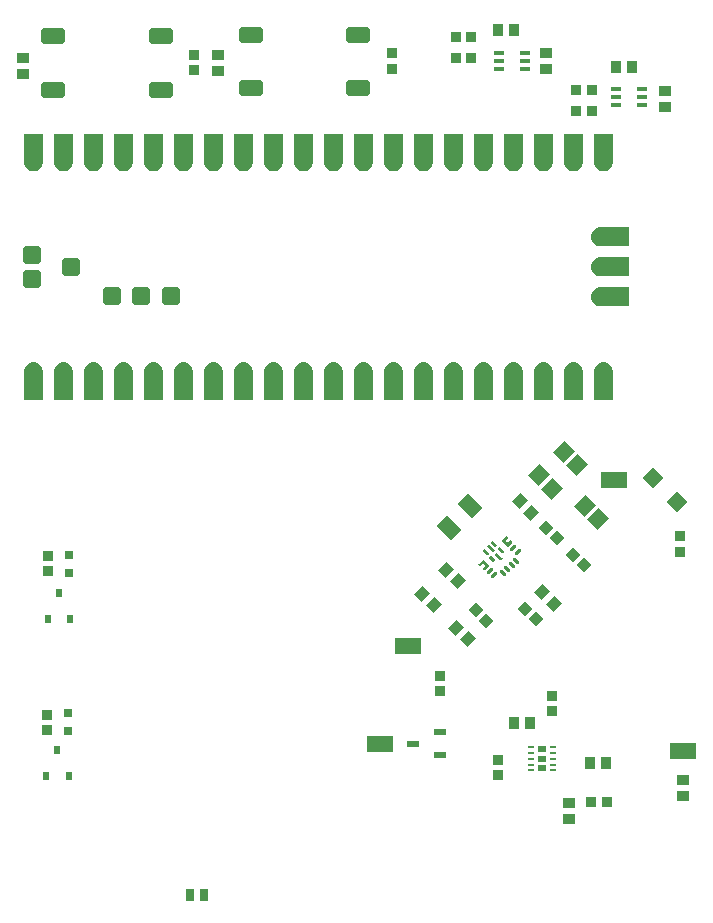
<source format=gtp>
G04*
G04 #@! TF.GenerationSoftware,Altium Limited,Altium Designer,22.9.1 (49)*
G04*
G04 Layer_Color=8421504*
%FSLAX25Y25*%
%MOIN*%
G70*
G04*
G04 #@! TF.SameCoordinates,9D3E2428-DCC5-4340-9D25-80E916FAB4BD*
G04*
G04*
G04 #@! TF.FilePolarity,Positive*
G04*
G01*
G75*
%ADD18R,0.02976X0.02488*%
%ADD19R,0.02976X0.02488*%
G04:AMPARAMS|DCode=20|XSize=9.84mil|YSize=19.68mil|CornerRadius=1.97mil|HoleSize=0mil|Usage=FLASHONLY|Rotation=270.000|XOffset=0mil|YOffset=0mil|HoleType=Round|Shape=RoundedRectangle|*
%AMROUNDEDRECTD20*
21,1,0.00984,0.01575,0,0,270.0*
21,1,0.00591,0.01968,0,0,270.0*
1,1,0.00394,-0.00787,-0.00295*
1,1,0.00394,-0.00787,0.00295*
1,1,0.00394,0.00787,0.00295*
1,1,0.00394,0.00787,-0.00295*
%
%ADD20ROUNDEDRECTD20*%
%ADD21R,0.03740X0.03347*%
%ADD22R,0.08661X0.05512*%
%ADD23R,0.03347X0.03740*%
%ADD24R,0.03937X0.03543*%
G04:AMPARAMS|DCode=25|XSize=39.37mil|YSize=35.43mil|CornerRadius=0mil|HoleSize=0mil|Usage=FLASHONLY|Rotation=225.000|XOffset=0mil|YOffset=0mil|HoleType=Round|Shape=Rectangle|*
%AMROTATEDRECTD25*
4,1,4,0.00139,0.02645,0.02645,0.00139,-0.00139,-0.02645,-0.02645,-0.00139,0.00139,0.02645,0.0*
%
%ADD25ROTATEDRECTD25*%

%ADD26R,0.04134X0.02362*%
%ADD27R,0.03543X0.03937*%
G04:AMPARAMS|DCode=28|XSize=55.12mil|YSize=51.18mil|CornerRadius=0mil|HoleSize=0mil|Usage=FLASHONLY|Rotation=225.000|XOffset=0mil|YOffset=0mil|HoleType=Round|Shape=Rectangle|*
%AMROTATEDRECTD28*
4,1,4,0.00139,0.03758,0.03758,0.00139,-0.00139,-0.03758,-0.03758,-0.00139,0.00139,0.03758,0.0*
%
%ADD28ROTATEDRECTD28*%

G04:AMPARAMS|DCode=29|XSize=37.4mil|YSize=33.47mil|CornerRadius=0mil|HoleSize=0mil|Usage=FLASHONLY|Rotation=225.000|XOffset=0mil|YOffset=0mil|HoleType=Round|Shape=Rectangle|*
%AMROTATEDRECTD29*
4,1,4,0.00139,0.02506,0.02506,0.00139,-0.00139,-0.02506,-0.02506,-0.00139,0.00139,0.02506,0.0*
%
%ADD29ROTATEDRECTD29*%

G04:AMPARAMS|DCode=30|XSize=23.62mil|YSize=9.84mil|CornerRadius=1.97mil|HoleSize=0mil|Usage=FLASHONLY|Rotation=135.000|XOffset=0mil|YOffset=0mil|HoleType=Round|Shape=RoundedRectangle|*
%AMROUNDEDRECTD30*
21,1,0.02362,0.00591,0,0,135.0*
21,1,0.01968,0.00984,0,0,135.0*
1,1,0.00394,-0.00487,0.00905*
1,1,0.00394,0.00905,-0.00487*
1,1,0.00394,0.00487,-0.00905*
1,1,0.00394,-0.00905,0.00487*
%
%ADD30ROUNDEDRECTD30*%
G04:AMPARAMS|DCode=31|XSize=9.84mil|YSize=23.62mil|CornerRadius=1.97mil|HoleSize=0mil|Usage=FLASHONLY|Rotation=135.000|XOffset=0mil|YOffset=0mil|HoleType=Round|Shape=RoundedRectangle|*
%AMROUNDEDRECTD31*
21,1,0.00984,0.01968,0,0,135.0*
21,1,0.00591,0.02362,0,0,135.0*
1,1,0.00394,0.00487,0.00905*
1,1,0.00394,0.00905,0.00487*
1,1,0.00394,-0.00487,-0.00905*
1,1,0.00394,-0.00905,-0.00487*
%
%ADD31ROUNDEDRECTD31*%
G04:AMPARAMS|DCode=32|XSize=47.24mil|YSize=68.9mil|CornerRadius=0mil|HoleSize=0mil|Usage=FLASHONLY|Rotation=225.000|XOffset=0mil|YOffset=0mil|HoleType=Round|Shape=Rectangle|*
%AMROTATEDRECTD32*
4,1,4,-0.00766,0.04106,0.04106,-0.00766,0.00766,-0.04106,-0.04106,0.00766,-0.00766,0.04106,0.0*
%
%ADD32ROTATEDRECTD32*%

%ADD33P,0.06681X4X360.0*%
%ADD34P,0.06681X4X90.0*%
%ADD35R,0.09843X0.03937*%
%ADD36R,0.03937X0.09843*%
G04:AMPARAMS|DCode=37|XSize=98.43mil|YSize=39.37mil|CornerRadius=4.92mil|HoleSize=0mil|Usage=FLASHONLY|Rotation=90.000|XOffset=0mil|YOffset=0mil|HoleType=Round|Shape=RoundedRectangle|*
%AMROUNDEDRECTD37*
21,1,0.09843,0.02953,0,0,90.0*
21,1,0.08858,0.03937,0,0,90.0*
1,1,0.00984,0.01476,0.04429*
1,1,0.00984,0.01476,-0.04429*
1,1,0.00984,-0.01476,-0.04429*
1,1,0.00984,-0.01476,0.04429*
%
%ADD37ROUNDEDRECTD37*%
G04:AMPARAMS|DCode=38|XSize=59.06mil|YSize=59.06mil|CornerRadius=8.86mil|HoleSize=0mil|Usage=FLASHONLY|Rotation=90.000|XOffset=0mil|YOffset=0mil|HoleType=Round|Shape=RoundedRectangle|*
%AMROUNDEDRECTD38*
21,1,0.05906,0.04134,0,0,90.0*
21,1,0.04134,0.05906,0,0,90.0*
1,1,0.01772,0.02067,0.02067*
1,1,0.01772,0.02067,-0.02067*
1,1,0.01772,-0.02067,-0.02067*
1,1,0.01772,-0.02067,0.02067*
%
%ADD38ROUNDEDRECTD38*%
G04:AMPARAMS|DCode=39|XSize=55.12mil|YSize=82.68mil|CornerRadius=13.78mil|HoleSize=0mil|Usage=FLASHONLY|Rotation=90.000|XOffset=0mil|YOffset=0mil|HoleType=Round|Shape=RoundedRectangle|*
%AMROUNDEDRECTD39*
21,1,0.05512,0.05512,0,0,90.0*
21,1,0.02756,0.08268,0,0,90.0*
1,1,0.02756,0.02756,0.01378*
1,1,0.02756,0.02756,-0.01378*
1,1,0.02756,-0.02756,-0.01378*
1,1,0.02756,-0.02756,0.01378*
%
%ADD39ROUNDEDRECTD39*%
%ADD40R,0.03150X0.03937*%
%ADD41R,0.03347X0.01378*%
%ADD42R,0.03150X0.03150*%
%ADD43R,0.02362X0.02953*%
G36*
X112170Y255907D02*
Y255492D01*
X111956Y254691D01*
X111541Y253973D01*
X110954Y253386D01*
X110236Y252972D01*
X109435Y252757D01*
X108606D01*
X107805Y252972D01*
X107087Y253386D01*
X106500Y253973D01*
X106086Y254691D01*
X105871Y255492D01*
Y255907D01*
X105871Y255907D01*
Y265355D01*
X112170Y265355D01*
X112170Y255907D01*
D02*
G37*
G36*
X22170D02*
Y255492D01*
X21956Y254691D01*
X21541Y253973D01*
X20955Y253386D01*
X20236Y252972D01*
X19435Y252757D01*
X18606D01*
X17805Y252972D01*
X17087Y253386D01*
X16500Y253973D01*
X16086Y254691D01*
X15871Y255492D01*
Y255907D01*
X15871Y255907D01*
Y265355D01*
X22170Y265355D01*
X22170Y255907D01*
D02*
G37*
G36*
X202170Y255907D02*
X202170Y255907D01*
Y255492D01*
X201956Y254691D01*
X201541Y253973D01*
X200955Y253386D01*
X200236Y252972D01*
X199435Y252757D01*
X198606D01*
X197805Y252972D01*
X197087Y253386D01*
X196500Y253973D01*
X196086Y254691D01*
X195871Y255492D01*
Y255907D01*
X195871Y255907D01*
Y265355D01*
X202170Y265355D01*
Y255907D01*
D02*
G37*
G36*
X92170Y255907D02*
Y255492D01*
X91956Y254691D01*
X91541Y253973D01*
X90955Y253386D01*
X90236Y252972D01*
X89435Y252757D01*
X88606D01*
X87805Y252972D01*
X87087Y253386D01*
X86500Y253973D01*
X86086Y254691D01*
X85871Y255492D01*
Y255907D01*
X85871Y255907D01*
Y265355D01*
X92170Y265355D01*
X92170Y255907D01*
D02*
G37*
G36*
X192170Y255907D02*
Y255492D01*
X191956Y254691D01*
X191541Y253973D01*
X190954Y253386D01*
X190236Y252972D01*
X189435Y252757D01*
X188606D01*
X187805Y252972D01*
X187087Y253386D01*
X186500Y253973D01*
X186086Y254691D01*
X185871Y255492D01*
X185871Y255907D01*
Y265355D01*
X192170D01*
Y255907D01*
D02*
G37*
G36*
X162170D02*
X162170D01*
Y255492D01*
X161956Y254691D01*
X161541Y253973D01*
X160954Y253386D01*
X160236Y252972D01*
X159435Y252757D01*
X158606D01*
X157805Y252972D01*
X157087Y253386D01*
X156500Y253973D01*
X156086Y254691D01*
X155871Y255492D01*
X155871Y255907D01*
Y265355D01*
X162170Y265355D01*
X162170Y255907D01*
D02*
G37*
G36*
X142170D02*
Y255492D01*
X141956Y254691D01*
X141541Y253973D01*
X140954Y253386D01*
X140236Y252972D01*
X139435Y252757D01*
X138606D01*
X137805Y252972D01*
X137087Y253386D01*
X136500Y253973D01*
X136086Y254691D01*
X135871Y255492D01*
Y255907D01*
X135871Y265355D01*
X142170Y265355D01*
Y255907D01*
D02*
G37*
G36*
X122170D02*
X122170D01*
Y255492D01*
X121956Y254691D01*
X121541Y253973D01*
X120955Y253386D01*
X120236Y252972D01*
X119435Y252757D01*
X118606D01*
X117805Y252972D01*
X117087Y253386D01*
X116500Y253973D01*
X116086Y254691D01*
X115871Y255492D01*
Y255907D01*
Y265355D01*
X122170D01*
Y255907D01*
D02*
G37*
G36*
X102170D02*
X102170D01*
Y255492D01*
X101956Y254691D01*
X101541Y253973D01*
X100954Y253386D01*
X100236Y252972D01*
X99435Y252757D01*
X98606D01*
X97805Y252972D01*
X97087Y253386D01*
X96500Y253973D01*
X96086Y254691D01*
X95871Y255492D01*
Y255907D01*
Y265355D01*
X102170D01*
X102170Y255907D01*
D02*
G37*
G36*
X72170Y265355D02*
Y255907D01*
Y255492D01*
X71956Y254691D01*
X71541Y253973D01*
X70955Y253386D01*
X70236Y252972D01*
X69435Y252757D01*
X68606D01*
X67805Y252972D01*
X67087Y253386D01*
X66500Y253973D01*
X66086Y254691D01*
X65871Y255492D01*
X65871Y255907D01*
X65871Y265355D01*
X72170Y265355D01*
D02*
G37*
G36*
X52170Y255907D02*
Y255492D01*
X51956Y254691D01*
X51541Y253973D01*
X50955Y253386D01*
X50236Y252972D01*
X49435Y252757D01*
X48606D01*
X47805Y252972D01*
X47087Y253386D01*
X46500Y253973D01*
X46086Y254691D01*
X45871Y255492D01*
Y255907D01*
X45871Y265355D01*
X52170Y265355D01*
Y255907D01*
D02*
G37*
G36*
X32170D02*
X32170D01*
Y255492D01*
X31956Y254691D01*
X31541Y253973D01*
X30955Y253386D01*
X30236Y252972D01*
X29435Y252757D01*
X28606D01*
X27805Y252972D01*
X27087Y253386D01*
X26500Y253973D01*
X26086Y254691D01*
X25871Y255492D01*
Y255907D01*
Y265355D01*
X32170D01*
Y255907D01*
D02*
G37*
G36*
X182170Y255907D02*
Y255492D01*
X181956Y254691D01*
X181541Y253973D01*
X180955Y253386D01*
X180236Y252972D01*
X179435Y252757D01*
X178606D01*
X177805Y252972D01*
X177087Y253386D01*
X176500Y253973D01*
X176086Y254691D01*
X175871Y255492D01*
X175871Y255907D01*
Y265355D01*
X182170Y265355D01*
X182170Y255907D01*
D02*
G37*
G36*
X172170Y255907D02*
X172170Y255907D01*
Y255492D01*
X171956Y254691D01*
X171541Y253973D01*
X170955Y253386D01*
X170236Y252972D01*
X169435Y252757D01*
X168606D01*
X167805Y252972D01*
X167087Y253386D01*
X166500Y253973D01*
X166086Y254691D01*
X165871Y255492D01*
X165871Y255907D01*
Y265355D01*
X172170D01*
X172170Y255907D01*
D02*
G37*
G36*
X132170Y265355D02*
Y255907D01*
Y255492D01*
X131956Y254691D01*
X131541Y253973D01*
X130955Y253386D01*
X130236Y252972D01*
X129435Y252757D01*
X128606D01*
X127805Y252972D01*
X127087Y253386D01*
X126500Y253973D01*
X126086Y254691D01*
X125871Y255492D01*
Y255907D01*
X125871Y255907D01*
X125871Y265355D01*
X132170Y265355D01*
D02*
G37*
G36*
X82170D02*
Y255907D01*
Y255492D01*
X81956Y254691D01*
X81541Y253973D01*
X80954Y253386D01*
X80236Y252972D01*
X79435Y252757D01*
X78606D01*
X77805Y252972D01*
X77087Y253386D01*
X76500Y253973D01*
X76086Y254691D01*
X75871Y255492D01*
X75871Y255907D01*
Y265355D01*
X82170Y265355D01*
D02*
G37*
G36*
X42170D02*
Y255907D01*
Y255492D01*
X41956Y254691D01*
X41541Y253973D01*
X40955Y253386D01*
X40236Y252972D01*
X39435Y252757D01*
X38606D01*
X37805Y252972D01*
X37087Y253386D01*
X36500Y253973D01*
X36086Y254691D01*
X35871Y255492D01*
X35871Y255907D01*
Y265355D01*
X42170Y265355D01*
D02*
G37*
G36*
X152170Y265355D02*
Y255907D01*
Y255492D01*
X151956Y254691D01*
X151541Y253973D01*
X150954Y253386D01*
X150236Y252972D01*
X149435Y252757D01*
X148606D01*
X147805Y252972D01*
X147087Y253386D01*
X146500Y253973D01*
X146086Y254691D01*
X145871Y255492D01*
Y255907D01*
X145871Y255907D01*
X145871Y265355D01*
X152170Y265355D01*
D02*
G37*
G36*
X62170D02*
Y255907D01*
Y255492D01*
X61956Y254691D01*
X61541Y253973D01*
X60954Y253386D01*
X60236Y252972D01*
X59435Y252757D01*
X58606D01*
X57805Y252972D01*
X57087Y253386D01*
X56500Y253973D01*
X56086Y254691D01*
X55871Y255492D01*
X55871Y255907D01*
Y265355D01*
X62170Y265355D01*
D02*
G37*
G36*
X12170D02*
Y255907D01*
Y255907D01*
Y255492D01*
X11956Y254691D01*
X11541Y253973D01*
X10954Y253386D01*
X10236Y252972D01*
X9435Y252757D01*
X8606D01*
X7805Y252972D01*
X7087Y253386D01*
X6500Y253973D01*
X6086Y254691D01*
X5871Y255492D01*
Y255907D01*
X5871Y255907D01*
Y265355D01*
X12170Y265355D01*
D02*
G37*
G36*
X207564Y227749D02*
X198115Y227749D01*
X197700D01*
X196899Y227964D01*
X196181Y228378D01*
X195595Y228965D01*
X195180Y229683D01*
X194966Y230484D01*
Y231313D01*
X195180Y232114D01*
X195595Y232833D01*
X196181Y233419D01*
X196899Y233834D01*
X197700Y234048D01*
X207564D01*
X207564Y227749D01*
D02*
G37*
G36*
Y217749D02*
X198115D01*
X197700Y217749D01*
X196899Y217964D01*
X196181Y218378D01*
X195595Y218965D01*
X195180Y219683D01*
X194966Y220484D01*
Y221313D01*
X195180Y222114D01*
X195595Y222832D01*
X196181Y223419D01*
X196899Y223834D01*
X197700Y224048D01*
X207564D01*
Y217749D01*
D02*
G37*
G36*
X207564Y207749D02*
X197700D01*
X196899Y207964D01*
X196181Y208378D01*
X195595Y208965D01*
X195180Y209683D01*
X194966Y210484D01*
Y211313D01*
X195180Y212114D01*
X195595Y212832D01*
X196181Y213419D01*
X196899Y213834D01*
X197700Y214048D01*
X198115D01*
X207564Y214048D01*
X207564Y207749D01*
D02*
G37*
G36*
X200236Y188826D02*
X200955Y188411D01*
X201541Y187825D01*
X201956Y187107D01*
X202170Y186305D01*
Y185891D01*
X202170Y185891D01*
Y176442D01*
X195871Y176442D01*
Y185891D01*
X195871D01*
Y186305D01*
X196086Y187107D01*
X196500Y187825D01*
X197087Y188411D01*
X197805Y188826D01*
X198606Y189040D01*
X199435D01*
X200236Y188826D01*
D02*
G37*
G36*
X190236Y188826D02*
X190954Y188411D01*
X191541Y187825D01*
X191956Y187107D01*
X192170Y186305D01*
Y185891D01*
Y176442D01*
X185871D01*
Y185891D01*
X185871Y186305D01*
X186086Y187107D01*
X186500Y187825D01*
X187087Y188411D01*
X187805Y188826D01*
X188606Y189040D01*
X189435D01*
X190236Y188826D01*
D02*
G37*
G36*
X180236Y188826D02*
X180955Y188411D01*
X181541Y187825D01*
X181956Y187107D01*
X182170Y186305D01*
Y185891D01*
X182170Y176442D01*
X175871D01*
Y185891D01*
X175871Y186305D01*
X176086Y187107D01*
X176500Y187825D01*
X177087Y188411D01*
X177805Y188826D01*
X178606Y189040D01*
X179435D01*
X180236Y188826D01*
D02*
G37*
G36*
X160236Y188826D02*
X160954Y188411D01*
X161541Y187825D01*
X161956Y187107D01*
X162170Y186305D01*
Y185891D01*
X162170D01*
X162170Y176442D01*
X155871Y176442D01*
Y185891D01*
X155871Y186305D01*
X156086Y187107D01*
X156500Y187825D01*
X157087Y188411D01*
X157805Y188826D01*
X158606Y189040D01*
X159435D01*
X160236Y188826D01*
D02*
G37*
G36*
X130236Y188826D02*
X130955Y188411D01*
X131541Y187825D01*
X131956Y187107D01*
X132170Y186305D01*
Y185891D01*
Y176442D01*
X125871Y176442D01*
Y185891D01*
X125871Y186305D01*
X126086Y187107D01*
X126500Y187825D01*
X127087Y188411D01*
X127805Y188826D01*
X128606Y189040D01*
X129435D01*
X130236Y188826D01*
D02*
G37*
G36*
X110236Y188826D02*
X110954Y188411D01*
X111541Y187825D01*
X111956Y187107D01*
X112170Y186305D01*
Y185891D01*
X112170Y176442D01*
X105871Y176442D01*
Y185891D01*
X105871Y185891D01*
Y186305D01*
X106086Y187107D01*
X106500Y187825D01*
X107087Y188411D01*
X107805Y188826D01*
X108606Y189040D01*
X109435D01*
X110236Y188826D01*
D02*
G37*
G36*
X100236D02*
X100954Y188411D01*
X101541Y187825D01*
X101956Y187107D01*
X102170Y186305D01*
Y185891D01*
X102170D01*
Y176442D01*
X95871D01*
Y185891D01*
Y186305D01*
X96086Y187107D01*
X96500Y187825D01*
X97087Y188411D01*
X97805Y188826D01*
X98606Y189040D01*
X99435D01*
X100236Y188826D01*
D02*
G37*
G36*
X90236Y188826D02*
X90955Y188411D01*
X91541Y187825D01*
X91956Y187107D01*
X92170Y186305D01*
Y185891D01*
X92170Y176442D01*
X85871D01*
Y185891D01*
X85871Y186305D01*
X86086Y187107D01*
X86500Y187825D01*
X87087Y188411D01*
X87805Y188826D01*
X88606Y189040D01*
X89435D01*
X90236Y188826D01*
D02*
G37*
G36*
X80236D02*
X80954Y188411D01*
X81541Y187825D01*
X81956Y187107D01*
X82170Y186305D01*
Y185891D01*
Y176442D01*
X75871Y176442D01*
Y185891D01*
X75871Y186305D01*
X76086Y187107D01*
X76500Y187825D01*
X77087Y188411D01*
X77805Y188826D01*
X78606Y189040D01*
X79435D01*
X80236Y188826D01*
D02*
G37*
G36*
X70236Y188826D02*
X70955Y188411D01*
X71541Y187825D01*
X71956Y187107D01*
X72170Y186305D01*
Y185891D01*
Y176442D01*
X65871D01*
X65871Y185891D01*
X65871Y186305D01*
X66086Y187107D01*
X66500Y187825D01*
X67087Y188411D01*
X67805Y188826D01*
X68606Y189040D01*
X69435D01*
X70236Y188826D01*
D02*
G37*
G36*
X60236Y188826D02*
X60954Y188411D01*
X61541Y187825D01*
X61956Y187107D01*
X62170Y186305D01*
Y185891D01*
Y176442D01*
X55871Y176442D01*
Y185891D01*
X55871Y186305D01*
X56086Y187107D01*
X56500Y187825D01*
X57087Y188411D01*
X57805Y188826D01*
X58606Y189040D01*
X59435D01*
X60236Y188826D01*
D02*
G37*
G36*
X50236Y188826D02*
X50955Y188411D01*
X51541Y187825D01*
X51956Y187107D01*
X52170Y186305D01*
Y185891D01*
Y176442D01*
X45871D01*
X45871Y185891D01*
Y186305D01*
X46086Y187107D01*
X46500Y187825D01*
X47087Y188411D01*
X47805Y188826D01*
X48606Y189040D01*
X49435D01*
X50236Y188826D01*
D02*
G37*
G36*
X40236Y188826D02*
X40955Y188411D01*
X41541Y187825D01*
X41956Y187107D01*
X42170Y186305D01*
Y185891D01*
Y176442D01*
X35871Y176442D01*
Y185891D01*
X35871Y186305D01*
X36086Y187107D01*
X36500Y187825D01*
X37087Y188411D01*
X37805Y188826D01*
X38606Y189040D01*
X39435D01*
X40236Y188826D01*
D02*
G37*
G36*
X20236Y188826D02*
X20955Y188411D01*
X21541Y187825D01*
X21956Y187107D01*
X22170Y186305D01*
Y185891D01*
X22170Y176442D01*
X15871Y176442D01*
Y185891D01*
X15871Y185891D01*
Y186305D01*
X16086Y187107D01*
X16500Y187825D01*
X17087Y188411D01*
X17805Y188826D01*
X18606Y189040D01*
X19435D01*
X20236Y188826D01*
D02*
G37*
G36*
X10236Y188826D02*
X10954Y188411D01*
X11541Y187825D01*
X11956Y187107D01*
X12170Y186305D01*
Y185891D01*
Y185891D01*
Y176442D01*
X5871D01*
Y185891D01*
X5871Y186305D01*
X6086Y187107D01*
X6500Y187825D01*
X7087Y188411D01*
X7805Y188826D01*
X8606Y189040D01*
X9435D01*
X10236Y188826D01*
D02*
G37*
G36*
X170236Y188826D02*
X170955Y188411D01*
X171541Y187825D01*
X171956Y187107D01*
X172170Y186305D01*
Y185891D01*
Y176442D01*
X165871Y176442D01*
Y185891D01*
X165871Y186305D01*
X166086Y187107D01*
X166500Y187825D01*
X167087Y188411D01*
X167805Y188826D01*
X168606Y189040D01*
X169435D01*
X170236Y188826D01*
D02*
G37*
G36*
X150236Y188826D02*
X150954Y188411D01*
X151541Y187825D01*
X151956Y187107D01*
X152170Y186305D01*
Y185891D01*
Y176442D01*
X145871Y176442D01*
Y185891D01*
X145871Y186305D01*
X146086Y187107D01*
X146500Y187825D01*
X147087Y188411D01*
X147805Y188826D01*
X148606Y189040D01*
X149435D01*
X150236Y188826D01*
D02*
G37*
G36*
X140236Y188826D02*
X140954Y188411D01*
X141541Y187825D01*
X141956Y187107D01*
X142170Y186305D01*
Y185891D01*
Y176442D01*
X135871Y176442D01*
X135871Y185891D01*
Y186305D01*
X136086Y187107D01*
X136500Y187825D01*
X137087Y188411D01*
X137805Y188826D01*
X138606Y189040D01*
X139435D01*
X140236Y188826D01*
D02*
G37*
G36*
X120236D02*
X120955Y188411D01*
X121541Y187825D01*
X121956Y187107D01*
X122170Y186305D01*
Y185891D01*
Y176442D01*
X115871Y176442D01*
Y185891D01*
X115871Y186305D01*
X116086Y187107D01*
X116500Y187825D01*
X117087Y188411D01*
X117805Y188826D01*
X118606Y189040D01*
X119435D01*
X120236Y188826D01*
D02*
G37*
G36*
X30236D02*
X30955Y188411D01*
X31541Y187825D01*
X31956Y187107D01*
X32170Y186305D01*
Y185891D01*
Y176442D01*
X25871Y176442D01*
Y185891D01*
X25871Y186305D01*
X26086Y187107D01*
X26500Y187825D01*
X27087Y188411D01*
X27805Y188826D01*
X28606Y189040D01*
X29435D01*
X30236Y188826D01*
D02*
G37*
G36*
X162313Y129666D02*
X162341Y129639D01*
X162341D01*
X163663Y128316D01*
X163691Y128289D01*
X163721Y128216D01*
Y128138D01*
X163691Y128066D01*
X163663Y128038D01*
Y128038D01*
X163246Y127620D01*
X163218Y127593D01*
X163146Y127563D01*
X163067D01*
X162995Y127593D01*
X162968Y127620D01*
X161645Y128943D01*
X161617Y128971D01*
X161588Y129043D01*
Y129121D01*
X161617Y129193D01*
X161645Y129221D01*
X161645Y129221D01*
X162063Y129639D01*
X162090Y129666D01*
X162163Y129696D01*
X162241D01*
X162313Y129666D01*
D02*
G37*
G36*
X166766Y131157D02*
X166839Y131127D01*
X166866Y131099D01*
X167284Y130681D01*
X167312Y130654D01*
X167342Y130581D01*
X167341Y130503D01*
X167312Y130431D01*
X167284Y130403D01*
X166449Y129568D01*
X167145Y128872D01*
X167980Y129707D01*
X168008Y129735D01*
X168080Y129765D01*
X168158Y129765D01*
X168230Y129735D01*
X168258Y129707D01*
X168676Y129289D01*
X168703Y129262D01*
X168734Y129189D01*
X168734Y129111D01*
X168703Y129039D01*
X168676Y129011D01*
X167284Y127619D01*
X167284Y127619D01*
X167256Y127591D01*
X167184Y127561D01*
X167105Y127561D01*
X167033Y127591D01*
X167006Y127619D01*
X165196Y129429D01*
X165196D01*
X165168Y129456D01*
X165138Y129529D01*
X165138Y129607D01*
X165168Y129679D01*
X165196Y129707D01*
X166588Y131099D01*
X166588D01*
X166616Y131127D01*
X166688Y131157D01*
X166766Y131157D01*
D02*
G37*
G36*
X161006Y128190D02*
X161034Y128162D01*
X161034D01*
X162760Y126436D01*
X162788Y126408D01*
X162818Y126336D01*
Y126258D01*
X162788Y126185D01*
X162760Y126157D01*
Y126157D01*
X162343Y125740D01*
X162315Y125712D01*
X162242Y125682D01*
X162164D01*
X162092Y125712D01*
X162064Y125740D01*
Y125740D01*
X160338Y127466D01*
X160310Y127494D01*
X160280Y127566D01*
Y127644D01*
X160310Y127717D01*
X160338Y127744D01*
X160338D01*
X160756Y128162D01*
X160783Y128190D01*
X160856Y128220D01*
X160934D01*
X161006Y128190D01*
D02*
G37*
G36*
X164471Y127509D02*
X164499Y127481D01*
X164499D01*
X165821Y126159D01*
X165849Y126131D01*
X165879Y126059D01*
Y125980D01*
X165849Y125908D01*
X165821Y125881D01*
Y125881D01*
X165403Y125463D01*
X165376Y125435D01*
X165303Y125405D01*
X165225D01*
X165153Y125435D01*
X165125Y125463D01*
X163803Y126785D01*
X163775Y126813D01*
X163745Y126885D01*
Y126964D01*
X163775Y127036D01*
X163803Y127064D01*
X163803Y127064D01*
X164220Y127481D01*
X164248Y127509D01*
X164320Y127539D01*
X164399D01*
X164471Y127509D01*
D02*
G37*
G36*
X159529Y126883D02*
X159557Y126855D01*
X160880Y125532D01*
X160907Y125505D01*
X160937Y125433D01*
Y125354D01*
X160907Y125282D01*
X160880Y125254D01*
X160462Y124837D01*
X160434Y124809D01*
X160362Y124779D01*
X160284D01*
X160211Y124809D01*
X160184Y124837D01*
X160184Y124837D01*
X158861Y126159D01*
X158834Y126187D01*
X158804Y126259D01*
Y126337D01*
X158834Y126410D01*
X158861Y126437D01*
X158861D01*
X159279Y126855D01*
X159307Y126883D01*
X159379Y126912D01*
X159457D01*
X159529Y126883D01*
D02*
G37*
G36*
X163568Y125628D02*
X163595Y125601D01*
X165321Y123875D01*
X165349Y123847D01*
X165379Y123775D01*
Y123696D01*
X165349Y123624D01*
X165321Y123596D01*
X164904Y123179D01*
X164876Y123151D01*
X164804Y123121D01*
X164725D01*
X164653Y123151D01*
X164625Y123179D01*
X162899Y124905D01*
X162872Y124932D01*
X162842Y125005D01*
Y125083D01*
X162872Y125155D01*
X162899Y125183D01*
X162899Y125183D01*
X163317Y125601D01*
X163345Y125628D01*
X163417Y125658D01*
X163495D01*
X163568Y125628D01*
D02*
G37*
G36*
X161687Y124725D02*
X161715Y124697D01*
X163037Y123375D01*
X163065Y123347D01*
X163095Y123275D01*
Y123197D01*
X163065Y123124D01*
X163037Y123097D01*
X162619Y122679D01*
X162592Y122651D01*
X162519Y122621D01*
X162441D01*
X162369Y122651D01*
X162341Y122679D01*
X162341Y122679D01*
X161019Y124001D01*
X160991Y124029D01*
X160961Y124101D01*
Y124180D01*
X160991Y124252D01*
X161019Y124280D01*
X161019D01*
X161436Y124697D01*
X161464Y124725D01*
X161536Y124755D01*
X161615D01*
X161687Y124725D01*
D02*
G37*
G36*
X159044Y123332D02*
X159071Y123304D01*
X159071Y123304D01*
X160881Y121494D01*
X160909Y121467D01*
X160939Y121395D01*
X160939Y121316D01*
X160909Y121244D01*
X160881Y121216D01*
X159489Y119824D01*
X159461Y119797D01*
X159389Y119766D01*
X159311Y119766D01*
X159238Y119797D01*
X159211Y119824D01*
X159211Y119824D01*
X158793Y120242D01*
X158765Y120269D01*
X158735Y120342D01*
X158735Y120420D01*
X158765Y120492D01*
X158793Y120520D01*
Y120520D01*
X159628Y121355D01*
X158932Y122051D01*
X158097Y121216D01*
X158069Y121188D01*
X157997Y121158D01*
X157919D01*
X157846Y121188D01*
X157819Y121216D01*
X157819Y121216D01*
X157401Y121634D01*
X157373Y121661D01*
X157343Y121734D01*
Y121812D01*
X157373Y121884D01*
X157401Y121912D01*
Y121912D01*
X158793Y123304D01*
X158821Y123332D01*
X158893Y123362D01*
X158971Y123362D01*
X159044Y123332D01*
D02*
G37*
D18*
X178500Y60276D02*
D03*
Y53724D02*
D03*
D19*
Y57000D02*
D03*
D20*
X182240Y53063D02*
D03*
Y55031D02*
D03*
Y57000D02*
D03*
Y58969D02*
D03*
Y60937D02*
D03*
X174760D02*
D03*
Y58969D02*
D03*
Y57000D02*
D03*
Y55031D02*
D03*
Y53063D02*
D03*
D21*
X182000Y78000D02*
D03*
Y72882D02*
D03*
X164000Y51441D02*
D03*
Y56559D02*
D03*
X144500Y84618D02*
D03*
Y79500D02*
D03*
X224500Y125941D02*
D03*
Y131059D02*
D03*
X13396Y66536D02*
D03*
Y71654D02*
D03*
X13896Y119500D02*
D03*
Y124618D02*
D03*
X62500Y286441D02*
D03*
Y291559D02*
D03*
X128500Y286941D02*
D03*
Y292059D02*
D03*
D22*
X134000Y94500D02*
D03*
X124500Y62000D02*
D03*
X225500Y59500D02*
D03*
X202500Y150000D02*
D03*
D23*
X194941Y42500D02*
D03*
X200059D02*
D03*
X189941Y273000D02*
D03*
X195059D02*
D03*
X149882Y290500D02*
D03*
X155000D02*
D03*
X195059Y280000D02*
D03*
X189941D02*
D03*
X155000Y297500D02*
D03*
X149882D02*
D03*
D24*
X187500Y42315D02*
D03*
Y37000D02*
D03*
X225500Y50000D02*
D03*
Y44685D02*
D03*
X219500Y274342D02*
D03*
Y279658D02*
D03*
X180000Y286842D02*
D03*
Y292158D02*
D03*
X5500Y290657D02*
D03*
Y285343D02*
D03*
X70467Y291657D02*
D03*
Y286343D02*
D03*
D25*
X150000Y100500D02*
D03*
X153758Y96742D02*
D03*
X142379Y108121D02*
D03*
X138621Y111879D02*
D03*
X175000Y139000D02*
D03*
X171242Y142758D02*
D03*
X182379Y108621D02*
D03*
X178621Y112379D02*
D03*
X150379Y116121D02*
D03*
X146621Y119879D02*
D03*
D26*
X135472Y62000D02*
D03*
X144528Y65740D02*
D03*
Y58260D02*
D03*
D27*
X169185Y69000D02*
D03*
X174500D02*
D03*
X194685Y55500D02*
D03*
X200000D02*
D03*
X169315Y300000D02*
D03*
X164000D02*
D03*
X208657Y287500D02*
D03*
X203343D02*
D03*
D28*
X192773Y141227D02*
D03*
X197227Y136773D02*
D03*
X182000Y147000D02*
D03*
X177546Y151454D02*
D03*
X190227Y154773D02*
D03*
X185773Y159227D02*
D03*
D29*
X192619Y121381D02*
D03*
X189000Y125000D02*
D03*
X180000Y134000D02*
D03*
X183619Y130381D02*
D03*
X156381Y106619D02*
D03*
X160000Y103000D02*
D03*
X173000Y107000D02*
D03*
X176619Y103381D02*
D03*
D30*
X165614Y118711D02*
D03*
X167006Y120103D02*
D03*
X168397Y121494D02*
D03*
X169789Y122886D02*
D03*
D31*
X170416Y125879D02*
D03*
X169024Y127271D02*
D03*
X161229Y119476D02*
D03*
X162621Y118084D02*
D03*
D32*
X147451Y133951D02*
D03*
X154549Y141049D02*
D03*
D33*
X215519Y150481D02*
D03*
D34*
X223481Y142519D02*
D03*
D35*
X202312Y230899D02*
D03*
X202312Y220899D02*
D03*
X202312Y210899D02*
D03*
D36*
X199084Y181765D02*
D03*
X189084D02*
D03*
X179084D02*
D03*
X169084D02*
D03*
X159084D02*
D03*
X149084D02*
D03*
X139084D02*
D03*
X129084D02*
D03*
X119084D02*
D03*
X109084D02*
D03*
X99084D02*
D03*
X89084D02*
D03*
X79084D02*
D03*
X69084D02*
D03*
X59084D02*
D03*
X49084D02*
D03*
X39084D02*
D03*
X19084D02*
D03*
X9084D02*
D03*
Y260033D02*
D03*
X19084D02*
D03*
X29084D02*
D03*
X39084D02*
D03*
X49084D02*
D03*
X59084D02*
D03*
X69084D02*
D03*
X79084D02*
D03*
X89084D02*
D03*
X99084D02*
D03*
X109084D02*
D03*
X119084D02*
D03*
X129084D02*
D03*
X139084D02*
D03*
X149084D02*
D03*
X159084D02*
D03*
X169084D02*
D03*
X179084D02*
D03*
X189084D02*
D03*
X199084D02*
D03*
D37*
X29084Y182749D02*
D03*
D38*
X8386Y217001D02*
D03*
Y224875D02*
D03*
X21378Y220938D02*
D03*
X35158Y211095D02*
D03*
X45000D02*
D03*
X54843D02*
D03*
D39*
X15587Y297716D02*
D03*
Y280000D02*
D03*
X51413D02*
D03*
Y297716D02*
D03*
X81500Y298216D02*
D03*
Y280500D02*
D03*
X117327D02*
D03*
Y298216D02*
D03*
D40*
X66000Y11500D02*
D03*
X61079D02*
D03*
D41*
X172831Y289500D02*
D03*
Y292059D02*
D03*
Y286941D02*
D03*
X164169D02*
D03*
Y289500D02*
D03*
Y292059D02*
D03*
X212000Y277500D02*
D03*
Y280059D02*
D03*
Y274941D02*
D03*
X203338D02*
D03*
Y277500D02*
D03*
Y280059D02*
D03*
D42*
X20500Y72048D02*
D03*
Y66143D02*
D03*
X21000Y124906D02*
D03*
Y119000D02*
D03*
D43*
X17000Y59831D02*
D03*
X20740Y51169D02*
D03*
X13260D02*
D03*
X17500Y112331D02*
D03*
X21240Y103669D02*
D03*
X13760D02*
D03*
M02*

</source>
